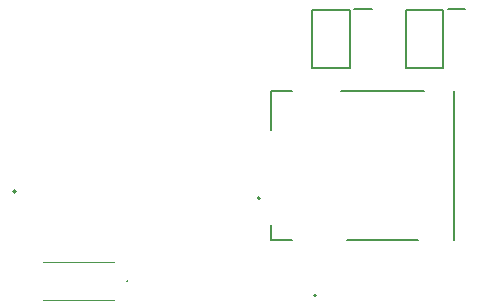
<source format=gbo>
G04*
G04 #@! TF.GenerationSoftware,Altium Limited,Altium Designer,22.0.2 (36)*
G04*
G04 Layer_Color=32896*
%FSLAX25Y25*%
%MOIN*%
G70*
G04*
G04 #@! TF.SameCoordinates,E5DF6677-F1A3-40F0-8D4B-31E310C81F74*
G04*
G04*
G04 #@! TF.FilePolarity,Positive*
G04*
G01*
G75*
%ADD11C,0.00787*%
%ADD65C,0.00787*%
%ADD66C,0.00500*%
%ADD67C,0.00394*%
D11*
X87331Y66803D02*
G03*
X87331Y66803I-394J0D01*
G01*
X106102Y34350D02*
G03*
X106102Y34350I-394J0D01*
G01*
X43146Y39083D02*
G03*
X43146Y39083I-197J0D01*
G01*
X118602Y129941D02*
X124508D01*
X117224Y110138D02*
Y129429D01*
X104626Y110138D02*
X117224D01*
X104626D02*
Y129429D01*
X117224D01*
X149863Y129855D02*
X155769D01*
X148485Y110052D02*
Y129343D01*
X135887Y110052D02*
X148485D01*
X135887D02*
Y129343D01*
X148485D01*
D65*
X5994Y68972D02*
G03*
X5994Y68972I-569J0D01*
G01*
D66*
X151976Y52748D02*
Y102551D01*
X91150D02*
X97843D01*
X91150Y89461D02*
Y102551D01*
X114496D02*
X142055D01*
X116465Y52748D02*
X140087D01*
X91150D02*
X97843D01*
X91150D02*
Y57650D01*
D67*
X15114Y45382D02*
X38736D01*
X15114Y32783D02*
X38736D01*
M02*

</source>
